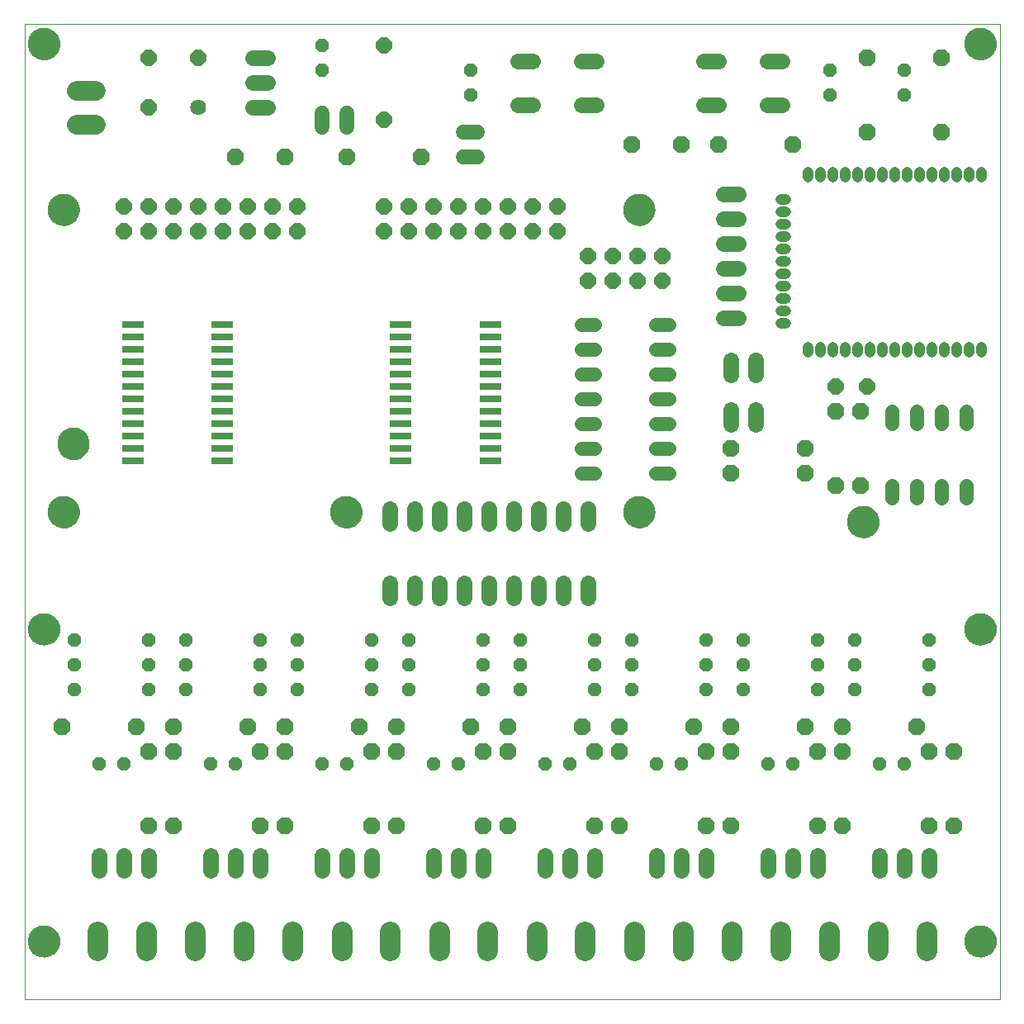
<source format=gts>
G75*
G70*
%OFA0B0*%
%FSLAX24Y24*%
%IPPOS*%
%LPD*%
%AMOC8*
5,1,8,0,0,1.08239X$1,22.5*
%
%ADD10C,0.0000*%
%ADD11C,0.1300*%
%ADD12OC8,0.0560*%
%ADD13C,0.0640*%
%ADD14C,0.0600*%
%ADD15OC8,0.0670*%
%ADD16OC8,0.0540*%
%ADD17C,0.0790*%
%ADD18C,0.0434*%
%ADD19C,0.0560*%
%ADD20OC8,0.0640*%
%ADD21R,0.0906X0.0276*%
%ADD22C,0.0640*%
%ADD23C,0.0820*%
D10*
X000101Y000101D02*
X000101Y039471D01*
X039471Y039471D01*
X039471Y000101D01*
X000101Y000101D01*
X000258Y002463D02*
X000260Y002513D01*
X000266Y002563D01*
X000276Y002612D01*
X000290Y002660D01*
X000307Y002707D01*
X000328Y002752D01*
X000353Y002796D01*
X000381Y002837D01*
X000413Y002876D01*
X000447Y002913D01*
X000484Y002947D01*
X000524Y002977D01*
X000566Y003004D01*
X000610Y003028D01*
X000656Y003049D01*
X000703Y003065D01*
X000751Y003078D01*
X000801Y003087D01*
X000850Y003092D01*
X000901Y003093D01*
X000951Y003090D01*
X001000Y003083D01*
X001049Y003072D01*
X001097Y003057D01*
X001143Y003039D01*
X001188Y003017D01*
X001231Y002991D01*
X001272Y002962D01*
X001311Y002930D01*
X001347Y002895D01*
X001379Y002857D01*
X001409Y002817D01*
X001436Y002774D01*
X001459Y002730D01*
X001478Y002684D01*
X001494Y002636D01*
X001506Y002587D01*
X001514Y002538D01*
X001518Y002488D01*
X001518Y002438D01*
X001514Y002388D01*
X001506Y002339D01*
X001494Y002290D01*
X001478Y002242D01*
X001459Y002196D01*
X001436Y002152D01*
X001409Y002109D01*
X001379Y002069D01*
X001347Y002031D01*
X001311Y001996D01*
X001272Y001964D01*
X001231Y001935D01*
X001188Y001909D01*
X001143Y001887D01*
X001097Y001869D01*
X001049Y001854D01*
X001000Y001843D01*
X000951Y001836D01*
X000901Y001833D01*
X000850Y001834D01*
X000801Y001839D01*
X000751Y001848D01*
X000703Y001861D01*
X000656Y001877D01*
X000610Y001898D01*
X000566Y001922D01*
X000524Y001949D01*
X000484Y001979D01*
X000447Y002013D01*
X000413Y002050D01*
X000381Y002089D01*
X000353Y002130D01*
X000328Y002174D01*
X000307Y002219D01*
X000290Y002266D01*
X000276Y002314D01*
X000266Y002363D01*
X000260Y002413D01*
X000258Y002463D01*
X000258Y015061D02*
X000260Y015111D01*
X000266Y015161D01*
X000276Y015210D01*
X000290Y015258D01*
X000307Y015305D01*
X000328Y015350D01*
X000353Y015394D01*
X000381Y015435D01*
X000413Y015474D01*
X000447Y015511D01*
X000484Y015545D01*
X000524Y015575D01*
X000566Y015602D01*
X000610Y015626D01*
X000656Y015647D01*
X000703Y015663D01*
X000751Y015676D01*
X000801Y015685D01*
X000850Y015690D01*
X000901Y015691D01*
X000951Y015688D01*
X001000Y015681D01*
X001049Y015670D01*
X001097Y015655D01*
X001143Y015637D01*
X001188Y015615D01*
X001231Y015589D01*
X001272Y015560D01*
X001311Y015528D01*
X001347Y015493D01*
X001379Y015455D01*
X001409Y015415D01*
X001436Y015372D01*
X001459Y015328D01*
X001478Y015282D01*
X001494Y015234D01*
X001506Y015185D01*
X001514Y015136D01*
X001518Y015086D01*
X001518Y015036D01*
X001514Y014986D01*
X001506Y014937D01*
X001494Y014888D01*
X001478Y014840D01*
X001459Y014794D01*
X001436Y014750D01*
X001409Y014707D01*
X001379Y014667D01*
X001347Y014629D01*
X001311Y014594D01*
X001272Y014562D01*
X001231Y014533D01*
X001188Y014507D01*
X001143Y014485D01*
X001097Y014467D01*
X001049Y014452D01*
X001000Y014441D01*
X000951Y014434D01*
X000901Y014431D01*
X000850Y014432D01*
X000801Y014437D01*
X000751Y014446D01*
X000703Y014459D01*
X000656Y014475D01*
X000610Y014496D01*
X000566Y014520D01*
X000524Y014547D01*
X000484Y014577D01*
X000447Y014611D01*
X000413Y014648D01*
X000381Y014687D01*
X000353Y014728D01*
X000328Y014772D01*
X000307Y014817D01*
X000290Y014864D01*
X000276Y014912D01*
X000266Y014961D01*
X000260Y015011D01*
X000258Y015061D01*
X001046Y019786D02*
X001048Y019836D01*
X001054Y019886D01*
X001064Y019935D01*
X001078Y019983D01*
X001095Y020030D01*
X001116Y020075D01*
X001141Y020119D01*
X001169Y020160D01*
X001201Y020199D01*
X001235Y020236D01*
X001272Y020270D01*
X001312Y020300D01*
X001354Y020327D01*
X001398Y020351D01*
X001444Y020372D01*
X001491Y020388D01*
X001539Y020401D01*
X001589Y020410D01*
X001638Y020415D01*
X001689Y020416D01*
X001739Y020413D01*
X001788Y020406D01*
X001837Y020395D01*
X001885Y020380D01*
X001931Y020362D01*
X001976Y020340D01*
X002019Y020314D01*
X002060Y020285D01*
X002099Y020253D01*
X002135Y020218D01*
X002167Y020180D01*
X002197Y020140D01*
X002224Y020097D01*
X002247Y020053D01*
X002266Y020007D01*
X002282Y019959D01*
X002294Y019910D01*
X002302Y019861D01*
X002306Y019811D01*
X002306Y019761D01*
X002302Y019711D01*
X002294Y019662D01*
X002282Y019613D01*
X002266Y019565D01*
X002247Y019519D01*
X002224Y019475D01*
X002197Y019432D01*
X002167Y019392D01*
X002135Y019354D01*
X002099Y019319D01*
X002060Y019287D01*
X002019Y019258D01*
X001976Y019232D01*
X001931Y019210D01*
X001885Y019192D01*
X001837Y019177D01*
X001788Y019166D01*
X001739Y019159D01*
X001689Y019156D01*
X001638Y019157D01*
X001589Y019162D01*
X001539Y019171D01*
X001491Y019184D01*
X001444Y019200D01*
X001398Y019221D01*
X001354Y019245D01*
X001312Y019272D01*
X001272Y019302D01*
X001235Y019336D01*
X001201Y019373D01*
X001169Y019412D01*
X001141Y019453D01*
X001116Y019497D01*
X001095Y019542D01*
X001078Y019589D01*
X001064Y019637D01*
X001054Y019686D01*
X001048Y019736D01*
X001046Y019786D01*
X001439Y022542D02*
X001441Y022592D01*
X001447Y022642D01*
X001457Y022691D01*
X001471Y022739D01*
X001488Y022786D01*
X001509Y022831D01*
X001534Y022875D01*
X001562Y022916D01*
X001594Y022955D01*
X001628Y022992D01*
X001665Y023026D01*
X001705Y023056D01*
X001747Y023083D01*
X001791Y023107D01*
X001837Y023128D01*
X001884Y023144D01*
X001932Y023157D01*
X001982Y023166D01*
X002031Y023171D01*
X002082Y023172D01*
X002132Y023169D01*
X002181Y023162D01*
X002230Y023151D01*
X002278Y023136D01*
X002324Y023118D01*
X002369Y023096D01*
X002412Y023070D01*
X002453Y023041D01*
X002492Y023009D01*
X002528Y022974D01*
X002560Y022936D01*
X002590Y022896D01*
X002617Y022853D01*
X002640Y022809D01*
X002659Y022763D01*
X002675Y022715D01*
X002687Y022666D01*
X002695Y022617D01*
X002699Y022567D01*
X002699Y022517D01*
X002695Y022467D01*
X002687Y022418D01*
X002675Y022369D01*
X002659Y022321D01*
X002640Y022275D01*
X002617Y022231D01*
X002590Y022188D01*
X002560Y022148D01*
X002528Y022110D01*
X002492Y022075D01*
X002453Y022043D01*
X002412Y022014D01*
X002369Y021988D01*
X002324Y021966D01*
X002278Y021948D01*
X002230Y021933D01*
X002181Y021922D01*
X002132Y021915D01*
X002082Y021912D01*
X002031Y021913D01*
X001982Y021918D01*
X001932Y021927D01*
X001884Y021940D01*
X001837Y021956D01*
X001791Y021977D01*
X001747Y022001D01*
X001705Y022028D01*
X001665Y022058D01*
X001628Y022092D01*
X001594Y022129D01*
X001562Y022168D01*
X001534Y022209D01*
X001509Y022253D01*
X001488Y022298D01*
X001471Y022345D01*
X001457Y022393D01*
X001447Y022442D01*
X001441Y022492D01*
X001439Y022542D01*
X001046Y031991D02*
X001048Y032041D01*
X001054Y032091D01*
X001064Y032140D01*
X001078Y032188D01*
X001095Y032235D01*
X001116Y032280D01*
X001141Y032324D01*
X001169Y032365D01*
X001201Y032404D01*
X001235Y032441D01*
X001272Y032475D01*
X001312Y032505D01*
X001354Y032532D01*
X001398Y032556D01*
X001444Y032577D01*
X001491Y032593D01*
X001539Y032606D01*
X001589Y032615D01*
X001638Y032620D01*
X001689Y032621D01*
X001739Y032618D01*
X001788Y032611D01*
X001837Y032600D01*
X001885Y032585D01*
X001931Y032567D01*
X001976Y032545D01*
X002019Y032519D01*
X002060Y032490D01*
X002099Y032458D01*
X002135Y032423D01*
X002167Y032385D01*
X002197Y032345D01*
X002224Y032302D01*
X002247Y032258D01*
X002266Y032212D01*
X002282Y032164D01*
X002294Y032115D01*
X002302Y032066D01*
X002306Y032016D01*
X002306Y031966D01*
X002302Y031916D01*
X002294Y031867D01*
X002282Y031818D01*
X002266Y031770D01*
X002247Y031724D01*
X002224Y031680D01*
X002197Y031637D01*
X002167Y031597D01*
X002135Y031559D01*
X002099Y031524D01*
X002060Y031492D01*
X002019Y031463D01*
X001976Y031437D01*
X001931Y031415D01*
X001885Y031397D01*
X001837Y031382D01*
X001788Y031371D01*
X001739Y031364D01*
X001689Y031361D01*
X001638Y031362D01*
X001589Y031367D01*
X001539Y031376D01*
X001491Y031389D01*
X001444Y031405D01*
X001398Y031426D01*
X001354Y031450D01*
X001312Y031477D01*
X001272Y031507D01*
X001235Y031541D01*
X001201Y031578D01*
X001169Y031617D01*
X001141Y031658D01*
X001116Y031702D01*
X001095Y031747D01*
X001078Y031794D01*
X001064Y031842D01*
X001054Y031891D01*
X001048Y031941D01*
X001046Y031991D01*
X000258Y038683D02*
X000260Y038733D01*
X000266Y038783D01*
X000276Y038832D01*
X000290Y038880D01*
X000307Y038927D01*
X000328Y038972D01*
X000353Y039016D01*
X000381Y039057D01*
X000413Y039096D01*
X000447Y039133D01*
X000484Y039167D01*
X000524Y039197D01*
X000566Y039224D01*
X000610Y039248D01*
X000656Y039269D01*
X000703Y039285D01*
X000751Y039298D01*
X000801Y039307D01*
X000850Y039312D01*
X000901Y039313D01*
X000951Y039310D01*
X001000Y039303D01*
X001049Y039292D01*
X001097Y039277D01*
X001143Y039259D01*
X001188Y039237D01*
X001231Y039211D01*
X001272Y039182D01*
X001311Y039150D01*
X001347Y039115D01*
X001379Y039077D01*
X001409Y039037D01*
X001436Y038994D01*
X001459Y038950D01*
X001478Y038904D01*
X001494Y038856D01*
X001506Y038807D01*
X001514Y038758D01*
X001518Y038708D01*
X001518Y038658D01*
X001514Y038608D01*
X001506Y038559D01*
X001494Y038510D01*
X001478Y038462D01*
X001459Y038416D01*
X001436Y038372D01*
X001409Y038329D01*
X001379Y038289D01*
X001347Y038251D01*
X001311Y038216D01*
X001272Y038184D01*
X001231Y038155D01*
X001188Y038129D01*
X001143Y038107D01*
X001097Y038089D01*
X001049Y038074D01*
X001000Y038063D01*
X000951Y038056D01*
X000901Y038053D01*
X000850Y038054D01*
X000801Y038059D01*
X000751Y038068D01*
X000703Y038081D01*
X000656Y038097D01*
X000610Y038118D01*
X000566Y038142D01*
X000524Y038169D01*
X000484Y038199D01*
X000447Y038233D01*
X000413Y038270D01*
X000381Y038309D01*
X000353Y038350D01*
X000328Y038394D01*
X000307Y038439D01*
X000290Y038486D01*
X000276Y038534D01*
X000266Y038583D01*
X000260Y038633D01*
X000258Y038683D01*
X012463Y019786D02*
X012465Y019836D01*
X012471Y019886D01*
X012481Y019935D01*
X012495Y019983D01*
X012512Y020030D01*
X012533Y020075D01*
X012558Y020119D01*
X012586Y020160D01*
X012618Y020199D01*
X012652Y020236D01*
X012689Y020270D01*
X012729Y020300D01*
X012771Y020327D01*
X012815Y020351D01*
X012861Y020372D01*
X012908Y020388D01*
X012956Y020401D01*
X013006Y020410D01*
X013055Y020415D01*
X013106Y020416D01*
X013156Y020413D01*
X013205Y020406D01*
X013254Y020395D01*
X013302Y020380D01*
X013348Y020362D01*
X013393Y020340D01*
X013436Y020314D01*
X013477Y020285D01*
X013516Y020253D01*
X013552Y020218D01*
X013584Y020180D01*
X013614Y020140D01*
X013641Y020097D01*
X013664Y020053D01*
X013683Y020007D01*
X013699Y019959D01*
X013711Y019910D01*
X013719Y019861D01*
X013723Y019811D01*
X013723Y019761D01*
X013719Y019711D01*
X013711Y019662D01*
X013699Y019613D01*
X013683Y019565D01*
X013664Y019519D01*
X013641Y019475D01*
X013614Y019432D01*
X013584Y019392D01*
X013552Y019354D01*
X013516Y019319D01*
X013477Y019287D01*
X013436Y019258D01*
X013393Y019232D01*
X013348Y019210D01*
X013302Y019192D01*
X013254Y019177D01*
X013205Y019166D01*
X013156Y019159D01*
X013106Y019156D01*
X013055Y019157D01*
X013006Y019162D01*
X012956Y019171D01*
X012908Y019184D01*
X012861Y019200D01*
X012815Y019221D01*
X012771Y019245D01*
X012729Y019272D01*
X012689Y019302D01*
X012652Y019336D01*
X012618Y019373D01*
X012586Y019412D01*
X012558Y019453D01*
X012533Y019497D01*
X012512Y019542D01*
X012495Y019589D01*
X012481Y019637D01*
X012471Y019686D01*
X012465Y019736D01*
X012463Y019786D01*
X024274Y019786D02*
X024276Y019836D01*
X024282Y019886D01*
X024292Y019935D01*
X024306Y019983D01*
X024323Y020030D01*
X024344Y020075D01*
X024369Y020119D01*
X024397Y020160D01*
X024429Y020199D01*
X024463Y020236D01*
X024500Y020270D01*
X024540Y020300D01*
X024582Y020327D01*
X024626Y020351D01*
X024672Y020372D01*
X024719Y020388D01*
X024767Y020401D01*
X024817Y020410D01*
X024866Y020415D01*
X024917Y020416D01*
X024967Y020413D01*
X025016Y020406D01*
X025065Y020395D01*
X025113Y020380D01*
X025159Y020362D01*
X025204Y020340D01*
X025247Y020314D01*
X025288Y020285D01*
X025327Y020253D01*
X025363Y020218D01*
X025395Y020180D01*
X025425Y020140D01*
X025452Y020097D01*
X025475Y020053D01*
X025494Y020007D01*
X025510Y019959D01*
X025522Y019910D01*
X025530Y019861D01*
X025534Y019811D01*
X025534Y019761D01*
X025530Y019711D01*
X025522Y019662D01*
X025510Y019613D01*
X025494Y019565D01*
X025475Y019519D01*
X025452Y019475D01*
X025425Y019432D01*
X025395Y019392D01*
X025363Y019354D01*
X025327Y019319D01*
X025288Y019287D01*
X025247Y019258D01*
X025204Y019232D01*
X025159Y019210D01*
X025113Y019192D01*
X025065Y019177D01*
X025016Y019166D01*
X024967Y019159D01*
X024917Y019156D01*
X024866Y019157D01*
X024817Y019162D01*
X024767Y019171D01*
X024719Y019184D01*
X024672Y019200D01*
X024626Y019221D01*
X024582Y019245D01*
X024540Y019272D01*
X024500Y019302D01*
X024463Y019336D01*
X024429Y019373D01*
X024397Y019412D01*
X024369Y019453D01*
X024344Y019497D01*
X024323Y019542D01*
X024306Y019589D01*
X024292Y019637D01*
X024282Y019686D01*
X024276Y019736D01*
X024274Y019786D01*
X033329Y019392D02*
X033331Y019442D01*
X033337Y019492D01*
X033347Y019541D01*
X033361Y019589D01*
X033378Y019636D01*
X033399Y019681D01*
X033424Y019725D01*
X033452Y019766D01*
X033484Y019805D01*
X033518Y019842D01*
X033555Y019876D01*
X033595Y019906D01*
X033637Y019933D01*
X033681Y019957D01*
X033727Y019978D01*
X033774Y019994D01*
X033822Y020007D01*
X033872Y020016D01*
X033921Y020021D01*
X033972Y020022D01*
X034022Y020019D01*
X034071Y020012D01*
X034120Y020001D01*
X034168Y019986D01*
X034214Y019968D01*
X034259Y019946D01*
X034302Y019920D01*
X034343Y019891D01*
X034382Y019859D01*
X034418Y019824D01*
X034450Y019786D01*
X034480Y019746D01*
X034507Y019703D01*
X034530Y019659D01*
X034549Y019613D01*
X034565Y019565D01*
X034577Y019516D01*
X034585Y019467D01*
X034589Y019417D01*
X034589Y019367D01*
X034585Y019317D01*
X034577Y019268D01*
X034565Y019219D01*
X034549Y019171D01*
X034530Y019125D01*
X034507Y019081D01*
X034480Y019038D01*
X034450Y018998D01*
X034418Y018960D01*
X034382Y018925D01*
X034343Y018893D01*
X034302Y018864D01*
X034259Y018838D01*
X034214Y018816D01*
X034168Y018798D01*
X034120Y018783D01*
X034071Y018772D01*
X034022Y018765D01*
X033972Y018762D01*
X033921Y018763D01*
X033872Y018768D01*
X033822Y018777D01*
X033774Y018790D01*
X033727Y018806D01*
X033681Y018827D01*
X033637Y018851D01*
X033595Y018878D01*
X033555Y018908D01*
X033518Y018942D01*
X033484Y018979D01*
X033452Y019018D01*
X033424Y019059D01*
X033399Y019103D01*
X033378Y019148D01*
X033361Y019195D01*
X033347Y019243D01*
X033337Y019292D01*
X033331Y019342D01*
X033329Y019392D01*
X038053Y015061D02*
X038055Y015111D01*
X038061Y015161D01*
X038071Y015210D01*
X038085Y015258D01*
X038102Y015305D01*
X038123Y015350D01*
X038148Y015394D01*
X038176Y015435D01*
X038208Y015474D01*
X038242Y015511D01*
X038279Y015545D01*
X038319Y015575D01*
X038361Y015602D01*
X038405Y015626D01*
X038451Y015647D01*
X038498Y015663D01*
X038546Y015676D01*
X038596Y015685D01*
X038645Y015690D01*
X038696Y015691D01*
X038746Y015688D01*
X038795Y015681D01*
X038844Y015670D01*
X038892Y015655D01*
X038938Y015637D01*
X038983Y015615D01*
X039026Y015589D01*
X039067Y015560D01*
X039106Y015528D01*
X039142Y015493D01*
X039174Y015455D01*
X039204Y015415D01*
X039231Y015372D01*
X039254Y015328D01*
X039273Y015282D01*
X039289Y015234D01*
X039301Y015185D01*
X039309Y015136D01*
X039313Y015086D01*
X039313Y015036D01*
X039309Y014986D01*
X039301Y014937D01*
X039289Y014888D01*
X039273Y014840D01*
X039254Y014794D01*
X039231Y014750D01*
X039204Y014707D01*
X039174Y014667D01*
X039142Y014629D01*
X039106Y014594D01*
X039067Y014562D01*
X039026Y014533D01*
X038983Y014507D01*
X038938Y014485D01*
X038892Y014467D01*
X038844Y014452D01*
X038795Y014441D01*
X038746Y014434D01*
X038696Y014431D01*
X038645Y014432D01*
X038596Y014437D01*
X038546Y014446D01*
X038498Y014459D01*
X038451Y014475D01*
X038405Y014496D01*
X038361Y014520D01*
X038319Y014547D01*
X038279Y014577D01*
X038242Y014611D01*
X038208Y014648D01*
X038176Y014687D01*
X038148Y014728D01*
X038123Y014772D01*
X038102Y014817D01*
X038085Y014864D01*
X038071Y014912D01*
X038061Y014961D01*
X038055Y015011D01*
X038053Y015061D01*
X038053Y002463D02*
X038055Y002513D01*
X038061Y002563D01*
X038071Y002612D01*
X038085Y002660D01*
X038102Y002707D01*
X038123Y002752D01*
X038148Y002796D01*
X038176Y002837D01*
X038208Y002876D01*
X038242Y002913D01*
X038279Y002947D01*
X038319Y002977D01*
X038361Y003004D01*
X038405Y003028D01*
X038451Y003049D01*
X038498Y003065D01*
X038546Y003078D01*
X038596Y003087D01*
X038645Y003092D01*
X038696Y003093D01*
X038746Y003090D01*
X038795Y003083D01*
X038844Y003072D01*
X038892Y003057D01*
X038938Y003039D01*
X038983Y003017D01*
X039026Y002991D01*
X039067Y002962D01*
X039106Y002930D01*
X039142Y002895D01*
X039174Y002857D01*
X039204Y002817D01*
X039231Y002774D01*
X039254Y002730D01*
X039273Y002684D01*
X039289Y002636D01*
X039301Y002587D01*
X039309Y002538D01*
X039313Y002488D01*
X039313Y002438D01*
X039309Y002388D01*
X039301Y002339D01*
X039289Y002290D01*
X039273Y002242D01*
X039254Y002196D01*
X039231Y002152D01*
X039204Y002109D01*
X039174Y002069D01*
X039142Y002031D01*
X039106Y001996D01*
X039067Y001964D01*
X039026Y001935D01*
X038983Y001909D01*
X038938Y001887D01*
X038892Y001869D01*
X038844Y001854D01*
X038795Y001843D01*
X038746Y001836D01*
X038696Y001833D01*
X038645Y001834D01*
X038596Y001839D01*
X038546Y001848D01*
X038498Y001861D01*
X038451Y001877D01*
X038405Y001898D01*
X038361Y001922D01*
X038319Y001949D01*
X038279Y001979D01*
X038242Y002013D01*
X038208Y002050D01*
X038176Y002089D01*
X038148Y002130D01*
X038123Y002174D01*
X038102Y002219D01*
X038085Y002266D01*
X038071Y002314D01*
X038061Y002363D01*
X038055Y002413D01*
X038053Y002463D01*
X024274Y031991D02*
X024276Y032041D01*
X024282Y032091D01*
X024292Y032140D01*
X024306Y032188D01*
X024323Y032235D01*
X024344Y032280D01*
X024369Y032324D01*
X024397Y032365D01*
X024429Y032404D01*
X024463Y032441D01*
X024500Y032475D01*
X024540Y032505D01*
X024582Y032532D01*
X024626Y032556D01*
X024672Y032577D01*
X024719Y032593D01*
X024767Y032606D01*
X024817Y032615D01*
X024866Y032620D01*
X024917Y032621D01*
X024967Y032618D01*
X025016Y032611D01*
X025065Y032600D01*
X025113Y032585D01*
X025159Y032567D01*
X025204Y032545D01*
X025247Y032519D01*
X025288Y032490D01*
X025327Y032458D01*
X025363Y032423D01*
X025395Y032385D01*
X025425Y032345D01*
X025452Y032302D01*
X025475Y032258D01*
X025494Y032212D01*
X025510Y032164D01*
X025522Y032115D01*
X025530Y032066D01*
X025534Y032016D01*
X025534Y031966D01*
X025530Y031916D01*
X025522Y031867D01*
X025510Y031818D01*
X025494Y031770D01*
X025475Y031724D01*
X025452Y031680D01*
X025425Y031637D01*
X025395Y031597D01*
X025363Y031559D01*
X025327Y031524D01*
X025288Y031492D01*
X025247Y031463D01*
X025204Y031437D01*
X025159Y031415D01*
X025113Y031397D01*
X025065Y031382D01*
X025016Y031371D01*
X024967Y031364D01*
X024917Y031361D01*
X024866Y031362D01*
X024817Y031367D01*
X024767Y031376D01*
X024719Y031389D01*
X024672Y031405D01*
X024626Y031426D01*
X024582Y031450D01*
X024540Y031477D01*
X024500Y031507D01*
X024463Y031541D01*
X024429Y031578D01*
X024397Y031617D01*
X024369Y031658D01*
X024344Y031702D01*
X024323Y031747D01*
X024306Y031794D01*
X024292Y031842D01*
X024282Y031891D01*
X024276Y031941D01*
X024274Y031991D01*
X038053Y038683D02*
X038055Y038733D01*
X038061Y038783D01*
X038071Y038832D01*
X038085Y038880D01*
X038102Y038927D01*
X038123Y038972D01*
X038148Y039016D01*
X038176Y039057D01*
X038208Y039096D01*
X038242Y039133D01*
X038279Y039167D01*
X038319Y039197D01*
X038361Y039224D01*
X038405Y039248D01*
X038451Y039269D01*
X038498Y039285D01*
X038546Y039298D01*
X038596Y039307D01*
X038645Y039312D01*
X038696Y039313D01*
X038746Y039310D01*
X038795Y039303D01*
X038844Y039292D01*
X038892Y039277D01*
X038938Y039259D01*
X038983Y039237D01*
X039026Y039211D01*
X039067Y039182D01*
X039106Y039150D01*
X039142Y039115D01*
X039174Y039077D01*
X039204Y039037D01*
X039231Y038994D01*
X039254Y038950D01*
X039273Y038904D01*
X039289Y038856D01*
X039301Y038807D01*
X039309Y038758D01*
X039313Y038708D01*
X039313Y038658D01*
X039309Y038608D01*
X039301Y038559D01*
X039289Y038510D01*
X039273Y038462D01*
X039254Y038416D01*
X039231Y038372D01*
X039204Y038329D01*
X039174Y038289D01*
X039142Y038251D01*
X039106Y038216D01*
X039067Y038184D01*
X039026Y038155D01*
X038983Y038129D01*
X038938Y038107D01*
X038892Y038089D01*
X038844Y038074D01*
X038795Y038063D01*
X038746Y038056D01*
X038696Y038053D01*
X038645Y038054D01*
X038596Y038059D01*
X038546Y038068D01*
X038498Y038081D01*
X038451Y038097D01*
X038405Y038118D01*
X038361Y038142D01*
X038319Y038169D01*
X038279Y038199D01*
X038242Y038233D01*
X038208Y038270D01*
X038176Y038309D01*
X038148Y038350D01*
X038123Y038394D01*
X038102Y038439D01*
X038085Y038486D01*
X038071Y038534D01*
X038061Y038583D01*
X038055Y038633D01*
X038053Y038683D01*
D11*
X038683Y038683D03*
X024904Y031991D03*
X024904Y019786D03*
X033959Y019392D03*
X038683Y015061D03*
X038683Y002463D03*
X013093Y019786D03*
X002069Y022542D03*
X001676Y019786D03*
X000888Y015061D03*
X000888Y002463D03*
X001676Y031991D03*
X000888Y038683D03*
D12*
X018101Y037601D03*
X018101Y036601D03*
X032601Y036601D03*
X032601Y037601D03*
X035601Y037601D03*
X035601Y036601D03*
X036601Y014601D03*
X036601Y013601D03*
X036601Y012601D03*
X033601Y012601D03*
X033601Y013601D03*
X033601Y014601D03*
X032101Y014601D03*
X032101Y013601D03*
X032101Y012601D03*
X029101Y012601D03*
X029101Y013601D03*
X029101Y014601D03*
X027601Y014601D03*
X027601Y013601D03*
X027601Y012601D03*
X024601Y012601D03*
X024601Y013601D03*
X024601Y014601D03*
X023101Y014601D03*
X023101Y013601D03*
X023101Y012601D03*
X020101Y012601D03*
X020101Y013601D03*
X020101Y014601D03*
X018601Y014601D03*
X018601Y013601D03*
X018601Y012601D03*
X015601Y012601D03*
X015601Y013601D03*
X015601Y014601D03*
X014101Y014601D03*
X014101Y013601D03*
X014101Y012601D03*
X011101Y012601D03*
X011101Y013601D03*
X011101Y014601D03*
X009601Y014601D03*
X009601Y013601D03*
X009601Y012601D03*
X006601Y012601D03*
X006601Y013601D03*
X006601Y014601D03*
X005101Y014601D03*
X005101Y013601D03*
X005101Y012601D03*
X002101Y012601D03*
X002101Y013601D03*
X002101Y014601D03*
X003101Y009601D03*
X004101Y009601D03*
X007601Y009601D03*
X008601Y009601D03*
X012101Y009601D03*
X013101Y009601D03*
X016601Y009601D03*
X017601Y009601D03*
X021101Y009601D03*
X022101Y009601D03*
X025601Y009601D03*
X026601Y009601D03*
X030101Y009601D03*
X031101Y009601D03*
X034601Y009601D03*
X035601Y009601D03*
D13*
X035601Y005901D02*
X035601Y005301D01*
X034601Y005301D02*
X034601Y005901D01*
X036601Y005901D02*
X036601Y005301D01*
X032101Y005301D02*
X032101Y005901D01*
X031101Y005901D02*
X031101Y005301D01*
X030101Y005301D02*
X030101Y005901D01*
X027601Y005901D02*
X027601Y005301D01*
X026601Y005301D02*
X026601Y005901D01*
X025601Y005901D02*
X025601Y005301D01*
X023101Y005301D02*
X023101Y005901D01*
X022101Y005901D02*
X022101Y005301D01*
X021101Y005301D02*
X021101Y005901D01*
X018601Y005901D02*
X018601Y005301D01*
X017601Y005301D02*
X017601Y005901D01*
X016601Y005901D02*
X016601Y005301D01*
X014101Y005301D02*
X014101Y005901D01*
X013101Y005901D02*
X013101Y005301D01*
X012101Y005301D02*
X012101Y005901D01*
X009601Y005901D02*
X009601Y005301D01*
X008601Y005301D02*
X008601Y005901D01*
X007601Y005901D02*
X007601Y005301D01*
X005101Y005301D02*
X005101Y005901D01*
X004101Y005901D02*
X004101Y005301D01*
X003101Y005301D02*
X003101Y005901D01*
X014851Y016301D02*
X014851Y016901D01*
X015851Y016901D02*
X015851Y016301D01*
X016851Y016301D02*
X016851Y016901D01*
X017851Y016901D02*
X017851Y016301D01*
X018851Y016301D02*
X018851Y016901D01*
X019851Y016901D02*
X019851Y016301D01*
X020851Y016301D02*
X020851Y016901D01*
X021851Y016901D02*
X021851Y016301D01*
X022851Y016301D02*
X022851Y016901D01*
X022851Y019301D02*
X022851Y019901D01*
X021851Y019901D02*
X021851Y019301D01*
X020851Y019301D02*
X020851Y019901D01*
X019851Y019901D02*
X019851Y019301D01*
X018851Y019301D02*
X018851Y019901D01*
X017851Y019901D02*
X017851Y019301D01*
X016851Y019301D02*
X016851Y019901D01*
X015851Y019901D02*
X015851Y019301D01*
X014851Y019301D02*
X014851Y019901D01*
X028301Y027601D02*
X028901Y027601D01*
X028901Y028601D02*
X028301Y028601D01*
X028301Y029601D02*
X028901Y029601D01*
X028901Y030601D02*
X028301Y030601D01*
X028301Y031601D02*
X028901Y031601D01*
X028901Y032601D02*
X028301Y032601D01*
X028121Y036211D02*
X027521Y036211D01*
X027521Y037991D02*
X028121Y037991D01*
X030081Y037991D02*
X030681Y037991D01*
X030681Y036211D02*
X030081Y036211D01*
X023181Y036211D02*
X022581Y036211D01*
X022581Y037991D02*
X023181Y037991D01*
X020621Y037991D02*
X020021Y037991D01*
X020021Y036211D02*
X020621Y036211D01*
X028601Y025901D02*
X028601Y025301D01*
X029601Y025301D02*
X029601Y025901D01*
X029601Y023901D02*
X029601Y023301D01*
X028601Y023301D02*
X028601Y023901D01*
X009901Y036101D02*
X009301Y036101D01*
X009301Y037101D02*
X009901Y037101D01*
X009901Y038101D02*
X009301Y038101D01*
D14*
X012101Y035881D02*
X012101Y035321D01*
X013101Y035321D02*
X013101Y035881D01*
X017821Y035101D02*
X018381Y035101D01*
X018381Y034101D02*
X017821Y034101D01*
D15*
X016101Y034101D03*
X013101Y034101D03*
X010601Y034101D03*
X008601Y034101D03*
X024601Y034601D03*
X026601Y034601D03*
X028101Y034601D03*
X031101Y034601D03*
X034101Y035101D03*
X034101Y038101D03*
X037101Y038101D03*
X037101Y035101D03*
X033851Y023851D03*
X032851Y023851D03*
X031601Y022351D03*
X031601Y021351D03*
X032851Y020851D03*
X033851Y020851D03*
X028601Y021351D03*
X028601Y022351D03*
X028601Y011101D03*
X028601Y010101D03*
X027601Y010101D03*
X027101Y011101D03*
X024101Y011101D03*
X024101Y010101D03*
X023101Y010101D03*
X022601Y011101D03*
X019601Y011101D03*
X019601Y010101D03*
X018601Y010101D03*
X018101Y011101D03*
X015101Y011101D03*
X015101Y010101D03*
X014101Y010101D03*
X013601Y011101D03*
X010601Y011101D03*
X010601Y010101D03*
X009601Y010101D03*
X009101Y011101D03*
X006101Y011101D03*
X006101Y010101D03*
X005101Y010101D03*
X004601Y011101D03*
X001601Y011101D03*
X005101Y007101D03*
X006101Y007101D03*
X009601Y007101D03*
X010601Y007101D03*
X014101Y007101D03*
X015101Y007101D03*
X018601Y007101D03*
X019601Y007101D03*
X023101Y007101D03*
X024101Y007101D03*
X027601Y007101D03*
X028601Y007101D03*
X032101Y007101D03*
X033101Y007101D03*
X033101Y010101D03*
X033101Y011101D03*
X032101Y010101D03*
X031601Y011101D03*
X036101Y011101D03*
X036601Y010101D03*
X037601Y010101D03*
X037601Y007101D03*
X036601Y007101D03*
D16*
X012101Y037601D03*
X012101Y038601D03*
D17*
X002976Y036790D02*
X002226Y036790D01*
X002226Y035412D02*
X002976Y035412D01*
D18*
X030617Y032431D02*
X030813Y032431D01*
X030813Y031931D02*
X030617Y031931D01*
X030617Y031431D02*
X030813Y031431D01*
X030813Y030931D02*
X030617Y030931D01*
X030617Y030431D02*
X030813Y030431D01*
X030813Y029931D02*
X030617Y029931D01*
X030617Y029431D02*
X030813Y029431D01*
X030813Y028931D02*
X030617Y028931D01*
X030617Y028431D02*
X030813Y028431D01*
X030813Y027931D02*
X030617Y027931D01*
X030617Y027431D02*
X030813Y027431D01*
X031715Y026443D02*
X031715Y026247D01*
X032215Y026247D02*
X032215Y026443D01*
X032715Y026443D02*
X032715Y026247D01*
X033215Y026247D02*
X033215Y026443D01*
X033715Y026443D02*
X033715Y026247D01*
X034215Y026247D02*
X034215Y026443D01*
X034715Y026443D02*
X034715Y026247D01*
X035215Y026247D02*
X035215Y026443D01*
X035715Y026443D02*
X035715Y026247D01*
X036215Y026247D02*
X036215Y026443D01*
X036715Y026443D02*
X036715Y026247D01*
X037215Y026247D02*
X037215Y026443D01*
X037715Y026443D02*
X037715Y026247D01*
X038215Y026247D02*
X038215Y026443D01*
X038715Y026443D02*
X038715Y026247D01*
X038715Y033333D02*
X038715Y033529D01*
X038215Y033529D02*
X038215Y033333D01*
X037715Y033333D02*
X037715Y033529D01*
X037215Y033529D02*
X037215Y033333D01*
X036715Y033333D02*
X036715Y033529D01*
X036215Y033529D02*
X036215Y033333D01*
X035715Y033333D02*
X035715Y033529D01*
X035215Y033529D02*
X035215Y033333D01*
X034715Y033333D02*
X034715Y033529D01*
X034215Y033529D02*
X034215Y033333D01*
X033715Y033333D02*
X033715Y033529D01*
X033215Y033529D02*
X033215Y033333D01*
X032715Y033333D02*
X032715Y033529D01*
X032215Y033529D02*
X032215Y033333D01*
X031715Y033333D02*
X031715Y033529D01*
D19*
X026111Y027351D02*
X025591Y027351D01*
X025591Y026351D02*
X026111Y026351D01*
X026111Y025351D02*
X025591Y025351D01*
X025591Y024351D02*
X026111Y024351D01*
X026111Y023351D02*
X025591Y023351D01*
X025591Y022351D02*
X026111Y022351D01*
X026111Y021351D02*
X025591Y021351D01*
X023111Y021351D02*
X022591Y021351D01*
X022591Y022351D02*
X023111Y022351D01*
X023111Y023351D02*
X022591Y023351D01*
X022591Y024351D02*
X023111Y024351D01*
X023111Y025351D02*
X022591Y025351D01*
X022591Y026351D02*
X023111Y026351D01*
X023111Y027351D02*
X022591Y027351D01*
X035101Y023861D02*
X035101Y023341D01*
X036101Y023341D02*
X036101Y023861D01*
X037101Y023861D02*
X037101Y023341D01*
X038101Y023341D02*
X038101Y023861D01*
X038101Y020861D02*
X038101Y020341D01*
X037101Y020341D02*
X037101Y020861D01*
X036101Y020861D02*
X036101Y020341D01*
X035101Y020341D02*
X035101Y020861D01*
D20*
X034101Y024851D03*
X032851Y024851D03*
X025851Y029101D03*
X025851Y030101D03*
X024851Y030101D03*
X024851Y029101D03*
X023851Y029101D03*
X023851Y030101D03*
X022851Y030101D03*
X022851Y029101D03*
X021601Y031101D03*
X021601Y032101D03*
X020601Y032101D03*
X020601Y031101D03*
X019601Y031101D03*
X019601Y032101D03*
X018601Y032101D03*
X018601Y031101D03*
X017601Y031101D03*
X017601Y032101D03*
X016601Y032101D03*
X016601Y031101D03*
X015601Y031101D03*
X015601Y032101D03*
X014601Y032101D03*
X014601Y031101D03*
X011101Y031101D03*
X011101Y032101D03*
X010101Y032101D03*
X010101Y031101D03*
X009101Y031101D03*
X009101Y032101D03*
X008101Y032101D03*
X008101Y031101D03*
X007101Y031101D03*
X007101Y032101D03*
X006101Y032101D03*
X006101Y031101D03*
X005101Y031101D03*
X005101Y032101D03*
X004101Y032101D03*
X004101Y031101D03*
X005101Y036101D03*
X005101Y038101D03*
X007101Y038101D03*
X014601Y038601D03*
X014601Y035601D03*
D21*
X015290Y027351D03*
X015290Y026851D03*
X015290Y026351D03*
X015290Y025851D03*
X015290Y025351D03*
X015290Y024851D03*
X015290Y024351D03*
X015290Y023851D03*
X015290Y023351D03*
X015290Y022851D03*
X015290Y022351D03*
X015290Y021851D03*
X018912Y021851D03*
X018912Y022351D03*
X018912Y022851D03*
X018912Y023351D03*
X018912Y023851D03*
X018912Y024351D03*
X018912Y024851D03*
X018912Y025351D03*
X018912Y025851D03*
X018912Y026351D03*
X018912Y026851D03*
X018912Y027351D03*
X008093Y027351D03*
X008093Y026851D03*
X008093Y026351D03*
X008093Y025851D03*
X008093Y025351D03*
X008093Y024851D03*
X008093Y024351D03*
X008093Y023851D03*
X008093Y023351D03*
X008093Y022851D03*
X008093Y022351D03*
X008093Y021851D03*
X004471Y021851D03*
X004471Y022351D03*
X004471Y022851D03*
X004471Y023351D03*
X004471Y023851D03*
X004471Y024351D03*
X004471Y024851D03*
X004471Y025351D03*
X004471Y025851D03*
X004471Y026351D03*
X004471Y026851D03*
X004471Y027351D03*
D22*
X007101Y036101D03*
D23*
X006985Y002853D02*
X006985Y002073D01*
X005028Y002073D02*
X005028Y002853D01*
X003048Y002853D02*
X003048Y002073D01*
X008965Y002073D02*
X008965Y002853D01*
X010922Y002853D02*
X010922Y002073D01*
X012902Y002073D02*
X012902Y002853D01*
X014859Y002853D02*
X014859Y002073D01*
X016839Y002073D02*
X016839Y002853D01*
X018796Y002853D02*
X018796Y002073D01*
X020776Y002073D02*
X020776Y002853D01*
X022733Y002853D02*
X022733Y002073D01*
X024713Y002073D02*
X024713Y002853D01*
X026670Y002853D02*
X026670Y002073D01*
X028650Y002073D02*
X028650Y002853D01*
X030607Y002853D02*
X030607Y002073D01*
X032587Y002073D02*
X032587Y002853D01*
X034544Y002853D02*
X034544Y002073D01*
X036524Y002073D02*
X036524Y002853D01*
M02*

</source>
